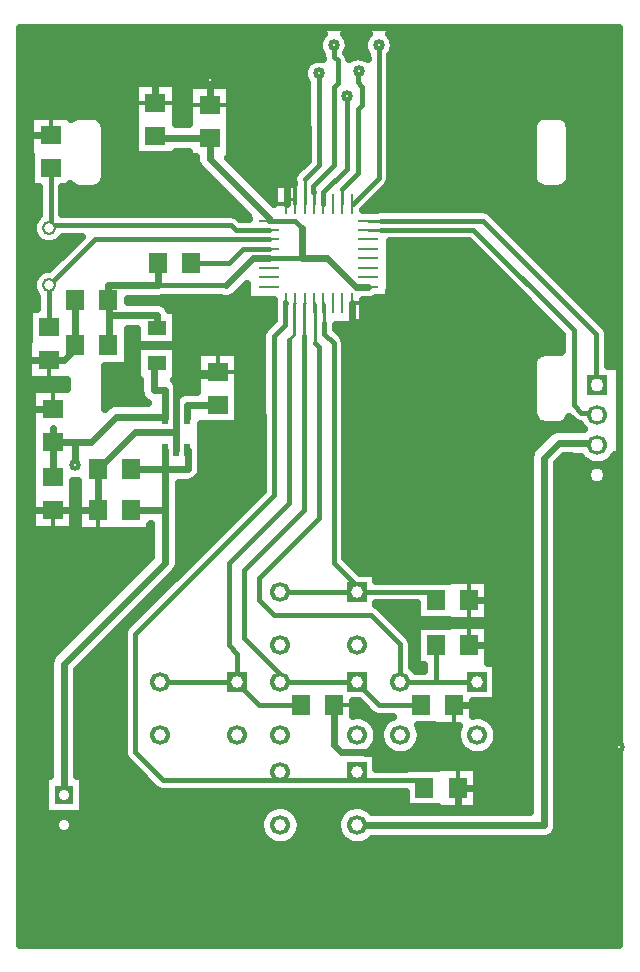
<source format=gbr>
G04 DipTrace 2.4.0.2*
%INTop.gbr*%
%MOIN*%
%ADD10C,0.0098*%
%ADD13C,0.0236*%
%ADD14C,0.0157*%
%ADD15C,0.026*%
%ADD16C,0.013*%
%ADD17R,0.063X0.0709*%
%ADD18R,0.0709X0.063*%
%ADD20R,0.0669X0.0669*%
%ADD21C,0.0669*%
%ADD22R,0.063X0.0472*%
%ADD24R,0.0669X0.0098*%
%ADD25R,0.0098X0.0669*%
%ADD27R,0.0236X0.0433*%
%ADD28C,0.048*%
%ADD29R,0.0591X0.0591*%
%ADD30C,0.0591*%
%ADD31C,0.04X0.01*%
%ADD32C,0.01*%
%ADD33C,0.0433*%
%ADD34C,0.032*%
%ADD35C,0.0394*%
%ADD36C,0.0354*%
%FSLAX44Y44*%
G04*
G70*
G90*
G75*
G01*
%LNTop*%
%LPD*%
X3125Y-15125D2*
D13*
Y-16500D1*
X500D1*
Y-13125D1*
X1625D1*
Y-16500D2*
X500D1*
X2375Y-11000D2*
Y-9500D1*
X1500Y-11500D2*
X500D1*
Y-4000D1*
X1563D1*
X5050Y-2910D2*
Y-2160D1*
X6862D1*
Y-2987D1*
X500Y-13125D2*
Y-11500D1*
Y-4000D2*
Y-2160D1*
X5050D1*
X6862D2*
X9010D1*
Y-5130D1*
X9438Y-5558D1*
Y-6289D1*
X9398D1*
X20500Y-24398D2*
Y-15330D1*
X19780D1*
X2375Y-11000D2*
Y-11125D1*
X2000Y-11500D1*
X500D1*
Y-16500D2*
Y-31000D1*
X2000D1*
X8250D1*
X20500D1*
Y-24398D1*
X9713Y-6289D2*
D10*
Y-6125D1*
X9398D1*
Y-6289D1*
X15125Y-25750D2*
D13*
X17000D1*
Y-25000D1*
Y-23000D1*
Y-21000D1*
Y-19500D1*
Y-15750D1*
X11602Y-10352D1*
Y-9596D1*
X15500Y-21000D2*
X17000D1*
X15000Y-23000D2*
X17000D1*
X15500Y-19500D2*
X17000D1*
X11000Y-23000D2*
Y-24313D1*
X11250Y-24563D1*
X12563D1*
X13000Y-25000D1*
X17000D1*
X5749Y-14500D2*
Y-13875D1*
X4375D1*
X3125Y-15125D1*
X5749Y-13875D2*
Y-12376D1*
X6125Y-12000D1*
X7000D1*
X7125Y-11875D1*
X2000Y-27000D2*
Y-31000D1*
X500Y-2160D2*
Y-375D1*
X20500D1*
Y-15330D1*
X15125Y-25750D2*
Y-26500D1*
X13000D1*
X12625Y-26125D1*
X8875D1*
X8250Y-26750D1*
Y-31000D1*
X5375Y-14500D2*
Y-15125D1*
Y-16500D1*
X4227D1*
Y-15125D2*
X5375D1*
X6125D1*
Y-14502D1*
X6123Y-14500D1*
X5375Y-16500D2*
Y-18250D1*
X2000Y-21625D1*
Y-26000D1*
X12154Y-6840D2*
D10*
X12567D1*
D14*
X15965D1*
X19750Y-10625D1*
Y-12300D1*
X19780Y-12330D1*
X6123Y-13437D2*
D13*
Y-13000D1*
X7125D1*
Y-12977D1*
X10343Y-6289D2*
D10*
Y-5875D1*
D14*
X10313D1*
Y-5687D1*
X11000Y-5000D1*
Y-2375D1*
X11125Y-2250D1*
Y-1500D1*
X11000Y-1375D1*
Y-1000D1*
X3477Y-11000D2*
D13*
X3500D1*
Y-9500D1*
X3477D1*
Y-9000D1*
X5148D1*
Y-8250D1*
X6862Y-4090D2*
X5127D1*
X5050Y-4012D1*
X5091Y-10409D2*
Y-10001D1*
X3500D1*
Y-10977D1*
X3477Y-11000D1*
X8846Y-6840D2*
D14*
X9700D1*
X9940Y-7080D1*
D13*
Y-8100D1*
D14*
X8846D1*
D13*
X8320D1*
X7420Y-9000D1*
D14*
X3477D1*
Y-9500D1*
X9940Y-8100D2*
D13*
X10787D1*
X11732Y-9045D1*
X12154D1*
X6862Y-4090D2*
Y-4782D1*
X8830Y-6750D1*
D10*
X8846D1*
Y-6840D1*
Y-7785D2*
D14*
X7975D1*
X7510Y-8250D1*
X6250D1*
X1563Y-5102D2*
Y-7037D1*
X1500Y-7100D1*
X8846Y-7155D2*
D10*
X8837D1*
D14*
X7735D1*
X7580Y-7000D1*
X1600D1*
X1500Y-7100D1*
Y-10398D2*
Y-9000D1*
X8846Y-7470D2*
X3030D1*
X1500Y-9000D1*
X11287Y-6289D2*
D10*
Y-5775D1*
D14*
X11800Y-5263D1*
Y-3137D1*
X11937Y-3000D1*
Y-2375D1*
X11800Y-2238D1*
Y-1887D1*
X11826Y-1861D1*
X10657Y-6289D2*
Y-5905D1*
X11437Y-5125D1*
Y-2688D1*
X10028Y-6289D2*
D10*
Y-5472D1*
D14*
X10500Y-5000D1*
Y-1938D1*
X11602Y-6289D2*
D10*
X11649D1*
D14*
X12500Y-5438D1*
Y-1000D1*
X9220Y-25228D2*
Y-25500D1*
X11780D1*
Y-25228D1*
X9220Y-25500D2*
X5310D1*
X4375Y-24565D1*
Y-20625D1*
X9000Y-16000D1*
Y-10688D1*
X9375Y-10313D1*
Y-9573D1*
X9398Y-9596D1*
X11780Y-25500D2*
X13773D1*
X14023Y-25750D1*
X5220Y-22228D2*
X7780D1*
Y-21280D1*
X7500Y-21000D1*
Y-18250D1*
X9500Y-16250D1*
Y-10813D1*
D10*
X9688Y-10625D1*
Y-9596D1*
X9713D1*
X9898Y-23000D2*
D14*
X8500D1*
X8000Y-22500D1*
Y-22008D1*
X7780Y-22228D1*
X9220D2*
X11780D1*
X9220D2*
Y-21970D1*
X8000Y-20750D1*
Y-18500D1*
X10000Y-16500D1*
Y-10688D1*
D10*
Y-9596D1*
X10028D1*
X13898Y-23000D2*
D14*
X12500D1*
X12000Y-22500D1*
Y-22449D1*
X11780Y-22228D1*
X13220D2*
X14398D1*
X15780D1*
X13220D2*
Y-20970D1*
X12250Y-20000D1*
X9000D1*
X8500Y-19500D1*
Y-18750D1*
X10500Y-16750D1*
Y-11063D1*
X10375Y-10938D1*
D10*
Y-9629D1*
X10343Y-9596D1*
X14398Y-21000D2*
D14*
Y-22228D1*
X9220Y-19228D2*
X11780D1*
X11978D1*
X11000Y-18250D1*
Y-10937D1*
X10688Y-10625D1*
Y-10250D1*
D10*
Y-9626D1*
X10657Y-9596D1*
X11780Y-19228D2*
D14*
X14126D1*
X14398Y-19500D1*
X12154Y-7155D2*
D10*
X12567D1*
D14*
X15655D1*
X19000Y-10500D1*
Y-13000D1*
X19250Y-13250D1*
X19700D1*
X19780Y-13330D1*
X1625Y-14227D2*
D13*
Y-15398D1*
Y-14227D2*
Y-13750D1*
Y-14227D2*
X2375D1*
X2898D1*
X3750Y-13375D1*
X5313D1*
X5375Y-13437D1*
Y-12500D1*
X5000D1*
Y-11500D1*
X5181D1*
X5091Y-11591D1*
X2375Y-15000D2*
Y-14227D1*
X11780Y-27000D2*
X18000D1*
Y-14750D1*
X18500Y-14250D1*
X19700D1*
X19780Y-14330D1*
D31*
X20500Y-24398D3*
D3*
X6862Y-2160D3*
X11000Y-1000D3*
X11826Y-1861D3*
X11437Y-2688D3*
X10500Y-1938D3*
X12500Y-1000D3*
X2375Y-15000D3*
X656Y-888D2*
D15*
X10488D1*
X11510D2*
X11990D1*
X13013D2*
X20346D1*
X656Y-1147D2*
X10500D1*
X11502D2*
X11998D1*
X13000D2*
X20346D1*
X656Y-1406D2*
X10598D1*
X11514D2*
X11598D1*
X12903D2*
X20346D1*
X656Y-1664D2*
X10058D1*
X12903D2*
X20346D1*
X656Y-1923D2*
X9977D1*
X12903D2*
X20346D1*
X656Y-2181D2*
X10041D1*
X12903D2*
X20346D1*
X656Y-2440D2*
X4333D1*
X5765D2*
X6144D1*
X7580D2*
X10098D1*
X12903D2*
X20346D1*
X656Y-2698D2*
X4333D1*
X5765D2*
X6144D1*
X7580D2*
X10098D1*
X12903D2*
X20346D1*
X656Y-2957D2*
X4333D1*
X5765D2*
X6144D1*
X7580D2*
X10098D1*
X12903D2*
X20346D1*
X656Y-3215D2*
X4333D1*
X5765D2*
X6144D1*
X7580D2*
X10098D1*
X12903D2*
X20346D1*
X656Y-3474D2*
X846D1*
X3277D2*
X4333D1*
X5765D2*
X6144D1*
X7580D2*
X10098D1*
X12903D2*
X17723D1*
X18790D2*
X20346D1*
X656Y-3732D2*
X846D1*
X3394D2*
X4333D1*
X7580D2*
X10098D1*
X12903D2*
X17605D1*
X18908D2*
X20346D1*
X656Y-3991D2*
X846D1*
X3394D2*
X4333D1*
X7580D2*
X10098D1*
X12903D2*
X17601D1*
X18908D2*
X20346D1*
X656Y-4249D2*
X846D1*
X3394D2*
X4333D1*
X7580D2*
X10098D1*
X12903D2*
X17601D1*
X18908D2*
X20346D1*
X656Y-4508D2*
X846D1*
X3394D2*
X4333D1*
X7580D2*
X10098D1*
X12903D2*
X17601D1*
X18908D2*
X20346D1*
X656Y-4766D2*
X886D1*
X3394D2*
X6379D1*
X7515D2*
X10098D1*
X12903D2*
X17601D1*
X18908D2*
X20346D1*
X656Y-5025D2*
X886D1*
X3394D2*
X6452D1*
X7775D2*
X9916D1*
X12903D2*
X17601D1*
X18908D2*
X20346D1*
X656Y-5283D2*
X886D1*
X3394D2*
X6692D1*
X8035D2*
X9676D1*
X12903D2*
X17601D1*
X18908D2*
X20346D1*
X656Y-5542D2*
X886D1*
X3350D2*
X6952D1*
X8291D2*
X9631D1*
X12887D2*
X17650D1*
X18863D2*
X20346D1*
X656Y-5801D2*
X1158D1*
X1965D2*
X7212D1*
X8551D2*
X8986D1*
X12696D2*
X20346D1*
X656Y-6059D2*
X1158D1*
X1965D2*
X7467D1*
X8810D2*
X8986D1*
X12436D2*
X20346D1*
X656Y-6318D2*
X1158D1*
X1965D2*
X7727D1*
X12176D2*
X20346D1*
X656Y-6576D2*
X1158D1*
X1965D2*
X7987D1*
X16261D2*
X20346D1*
X656Y-6835D2*
X1008D1*
X16516D2*
X20346D1*
X656Y-7093D2*
X935D1*
X16776D2*
X20346D1*
X656Y-7352D2*
X1000D1*
X17036D2*
X20346D1*
X656Y-7610D2*
X1304D1*
X1697D2*
X2331D1*
X12915D2*
X15551D1*
X17292D2*
X20346D1*
X656Y-7869D2*
X2072D1*
X12915D2*
X15811D1*
X17552D2*
X20346D1*
X656Y-8127D2*
X1816D1*
X12915D2*
X16071D1*
X17812D2*
X20346D1*
X656Y-8386D2*
X1556D1*
X12915D2*
X16326D1*
X18067D2*
X20346D1*
X656Y-8644D2*
X1069D1*
X12915D2*
X16586D1*
X18327D2*
X20346D1*
X656Y-8903D2*
X947D1*
X12915D2*
X16846D1*
X18587D2*
X20346D1*
X656Y-9161D2*
X959D1*
X7929D2*
X8085D1*
X12915D2*
X17102D1*
X18843D2*
X20346D1*
X656Y-9420D2*
X1097D1*
X5347D2*
X7220D1*
X7621D2*
X8085D1*
X12850D2*
X17362D1*
X19103D2*
X20346D1*
X656Y-9678D2*
X1097D1*
X5437D2*
X8974D1*
X12014D2*
X17622D1*
X19363D2*
X20346D1*
X656Y-9937D2*
X821D1*
X5770D2*
X8974D1*
X12014D2*
X17877D1*
X19618D2*
X20346D1*
X656Y-10196D2*
X821D1*
X5770D2*
X8933D1*
X12014D2*
X18137D1*
X19878D2*
X20346D1*
X656Y-10454D2*
X821D1*
X5770D2*
X8677D1*
X11088D2*
X18397D1*
X20110D2*
X20346D1*
X656Y-10713D2*
X821D1*
X4154D2*
X4414D1*
X5770D2*
X8596D1*
X11328D2*
X18596D1*
X20154D2*
X20340D1*
X656Y-10971D2*
X785D1*
X4154D2*
X4414D1*
X5770D2*
X8596D1*
X11401D2*
X18596D1*
X20154D2*
X20340D1*
X656Y-11230D2*
X785D1*
X4154D2*
X4414D1*
X5770D2*
X6408D1*
X7844D2*
X8596D1*
X11401D2*
X17930D1*
X20154D2*
X20340D1*
X656Y-11488D2*
X785D1*
X4154D2*
X4414D1*
X5770D2*
X6408D1*
X7844D2*
X8596D1*
X11401D2*
X17638D1*
X20154D2*
X20340D1*
X656Y-11747D2*
X785D1*
X3394D2*
X4414D1*
X5770D2*
X6408D1*
X7844D2*
X8596D1*
X11401D2*
X17605D1*
X656Y-12005D2*
X785D1*
X3394D2*
X4414D1*
X5770D2*
X6408D1*
X7844D2*
X8596D1*
X11401D2*
X17605D1*
X656Y-12264D2*
X2092D1*
X3394D2*
X4520D1*
X5790D2*
X6408D1*
X7844D2*
X8596D1*
X11401D2*
X17605D1*
X656Y-12522D2*
X906D1*
X3394D2*
X4520D1*
X5855D2*
X6408D1*
X7844D2*
X8596D1*
X11401D2*
X17605D1*
X656Y-12781D2*
X906D1*
X3394D2*
X4617D1*
X7844D2*
X8596D1*
X11401D2*
X17605D1*
X656Y-13039D2*
X906D1*
X7844D2*
X8596D1*
X11401D2*
X17605D1*
X656Y-13298D2*
X906D1*
X7844D2*
X8596D1*
X11401D2*
X17613D1*
X656Y-13556D2*
X906D1*
X7844D2*
X8596D1*
X11401D2*
X17768D1*
X18749D2*
X19006D1*
X656Y-13815D2*
X906D1*
X6606D2*
X8596D1*
X11401D2*
X18340D1*
X656Y-14073D2*
X906D1*
X6606D2*
X8596D1*
X11401D2*
X18007D1*
X656Y-14332D2*
X906D1*
X6606D2*
X8596D1*
X11401D2*
X17747D1*
X656Y-14591D2*
X906D1*
X6606D2*
X8596D1*
X11401D2*
X17549D1*
X656Y-14849D2*
X906D1*
X6606D2*
X8596D1*
X11401D2*
X17520D1*
X18571D2*
X19327D1*
X20231D2*
X20344D1*
X656Y-15108D2*
X906D1*
X6606D2*
X8596D1*
X11401D2*
X17520D1*
X18482D2*
X20346D1*
X656Y-15366D2*
X906D1*
X6537D2*
X8596D1*
X11401D2*
X17520D1*
X18482D2*
X20346D1*
X656Y-15625D2*
X906D1*
X2343D2*
X2445D1*
X5855D2*
X8596D1*
X11401D2*
X17520D1*
X18482D2*
X20346D1*
X656Y-15883D2*
X906D1*
X2343D2*
X2445D1*
X5855D2*
X8560D1*
X11401D2*
X17520D1*
X18482D2*
X20346D1*
X656Y-16142D2*
X906D1*
X2343D2*
X2445D1*
X5855D2*
X8300D1*
X11401D2*
X17520D1*
X18482D2*
X20346D1*
X656Y-16400D2*
X906D1*
X2343D2*
X2445D1*
X5855D2*
X8040D1*
X11401D2*
X17520D1*
X18482D2*
X20346D1*
X656Y-16659D2*
X906D1*
X2343D2*
X2445D1*
X5855D2*
X7784D1*
X11401D2*
X17520D1*
X18482D2*
X20346D1*
X656Y-16917D2*
X906D1*
X2343D2*
X2445D1*
X5855D2*
X7524D1*
X11401D2*
X17520D1*
X18482D2*
X20346D1*
X656Y-17176D2*
X2445D1*
X5855D2*
X7264D1*
X11401D2*
X17520D1*
X18482D2*
X20346D1*
X656Y-17434D2*
X4893D1*
X5855D2*
X7009D1*
X11401D2*
X17520D1*
X18482D2*
X20346D1*
X656Y-17693D2*
X4893D1*
X5855D2*
X6749D1*
X11401D2*
X17520D1*
X18482D2*
X20346D1*
X656Y-17951D2*
X4893D1*
X5855D2*
X6489D1*
X11401D2*
X17520D1*
X18482D2*
X20346D1*
X656Y-18210D2*
X4747D1*
X5855D2*
X6233D1*
X11519D2*
X17520D1*
X18482D2*
X20346D1*
X656Y-18469D2*
X4487D1*
X5802D2*
X5973D1*
X11778D2*
X17520D1*
X18482D2*
X20346D1*
X656Y-18727D2*
X4228D1*
X5567D2*
X5713D1*
X12436D2*
X17520D1*
X18482D2*
X20346D1*
X656Y-18986D2*
X3972D1*
X5311D2*
X5458D1*
X16179D2*
X17520D1*
X18482D2*
X20346D1*
X656Y-19244D2*
X3712D1*
X5051D2*
X5198D1*
X16179D2*
X17520D1*
X18482D2*
X20346D1*
X656Y-19503D2*
X3452D1*
X4791D2*
X4938D1*
X16179D2*
X17520D1*
X18482D2*
X20346D1*
X656Y-19761D2*
X3192D1*
X4535D2*
X4682D1*
X12570D2*
X13760D1*
X16179D2*
X17520D1*
X18482D2*
X20346D1*
X656Y-20020D2*
X2936D1*
X4275D2*
X4422D1*
X12830D2*
X13760D1*
X16179D2*
X17520D1*
X18482D2*
X20346D1*
X656Y-20278D2*
X2677D1*
X4016D2*
X4163D1*
X13086D2*
X17520D1*
X18482D2*
X20346D1*
X656Y-20537D2*
X2417D1*
X3760D2*
X3984D1*
X13346D2*
X13760D1*
X16179D2*
X17520D1*
X18482D2*
X20346D1*
X656Y-20795D2*
X2161D1*
X3500D2*
X3972D1*
X13581D2*
X13760D1*
X16179D2*
X17520D1*
X18482D2*
X20346D1*
X656Y-21054D2*
X1901D1*
X3240D2*
X3972D1*
X13622D2*
X13760D1*
X16179D2*
X17520D1*
X18482D2*
X20346D1*
X656Y-21312D2*
X1641D1*
X2984D2*
X3972D1*
X13622D2*
X13760D1*
X16179D2*
X17520D1*
X18482D2*
X20346D1*
X656Y-21571D2*
X1524D1*
X2725D2*
X3972D1*
X13622D2*
X13760D1*
X16179D2*
X17520D1*
X18482D2*
X20346D1*
X656Y-21829D2*
X1519D1*
X2481D2*
X3972D1*
X13735D2*
X13996D1*
X16439D2*
X17520D1*
X18482D2*
X20346D1*
X656Y-22088D2*
X1519D1*
X2481D2*
X3972D1*
X16439D2*
X17520D1*
X18482D2*
X20346D1*
X656Y-22346D2*
X1519D1*
X2481D2*
X3972D1*
X16439D2*
X17520D1*
X18482D2*
X20346D1*
X656Y-22605D2*
X1519D1*
X2481D2*
X3972D1*
X16439D2*
X17520D1*
X18482D2*
X20346D1*
X656Y-22864D2*
X1519D1*
X2481D2*
X3972D1*
X11677D2*
X11804D1*
X15676D2*
X17520D1*
X18482D2*
X20346D1*
X656Y-23122D2*
X1519D1*
X2481D2*
X3972D1*
X11677D2*
X12063D1*
X15676D2*
X17520D1*
X18482D2*
X20346D1*
X656Y-23381D2*
X1519D1*
X2481D2*
X3972D1*
X12067D2*
X12936D1*
X16066D2*
X17520D1*
X18482D2*
X20346D1*
X656Y-23639D2*
X1519D1*
X2481D2*
X3972D1*
X12371D2*
X12628D1*
X16370D2*
X17520D1*
X18482D2*
X20346D1*
X656Y-23898D2*
X1519D1*
X2481D2*
X3972D1*
X13910D2*
X15088D1*
X16468D2*
X17520D1*
X18482D2*
X20346D1*
X656Y-24156D2*
X1519D1*
X2481D2*
X3972D1*
X12460D2*
X12540D1*
X13898D2*
X15100D1*
X16460D2*
X17520D1*
X18482D2*
X20346D1*
X656Y-24415D2*
X1519D1*
X2481D2*
X3972D1*
X12335D2*
X12664D1*
X13776D2*
X15226D1*
X16334D2*
X17520D1*
X18482D2*
X20346D1*
X656Y-24673D2*
X1519D1*
X2481D2*
X3988D1*
X12436D2*
X17520D1*
X18482D2*
X20346D1*
X656Y-24932D2*
X1519D1*
X2481D2*
X4183D1*
X12436D2*
X17520D1*
X18482D2*
X20346D1*
X656Y-25190D2*
X1519D1*
X2481D2*
X4443D1*
X15802D2*
X17520D1*
X18482D2*
X20346D1*
X656Y-25449D2*
X1341D1*
X2660D2*
X4703D1*
X15802D2*
X17520D1*
X18482D2*
X20346D1*
X656Y-25707D2*
X1341D1*
X2660D2*
X4958D1*
X15802D2*
X17520D1*
X18482D2*
X20346D1*
X656Y-25966D2*
X1341D1*
X2660D2*
X13383D1*
X15802D2*
X17520D1*
X18482D2*
X20346D1*
X656Y-26224D2*
X1341D1*
X2660D2*
X13383D1*
X15802D2*
X17520D1*
X18482D2*
X20346D1*
X656Y-26483D2*
X1341D1*
X2660D2*
X8767D1*
X9675D2*
X11324D1*
X12233D2*
X17520D1*
X18482D2*
X20346D1*
X656Y-26741D2*
X8576D1*
X9866D2*
X11134D1*
X18482D2*
X20346D1*
X656Y-27000D2*
X8523D1*
X9919D2*
X11081D1*
X18482D2*
X20346D1*
X656Y-27259D2*
X8576D1*
X9866D2*
X11134D1*
X18400D2*
X20346D1*
X656Y-27517D2*
X8767D1*
X9675D2*
X11324D1*
X12233D2*
X20346D1*
X656Y-27776D2*
X20346D1*
X656Y-28034D2*
X20346D1*
X656Y-28293D2*
X20346D1*
X656Y-28551D2*
X20346D1*
X656Y-28810D2*
X20346D1*
X656Y-29068D2*
X20346D1*
X656Y-29327D2*
X20346D1*
X656Y-29585D2*
X20346D1*
X656Y-29844D2*
X20346D1*
X656Y-30102D2*
X20346D1*
X656Y-30361D2*
X20346D1*
X656Y-30619D2*
X20346D1*
X3777Y-17191D2*
X2473D1*
Y-15528D1*
X2314Y-15533D1*
X2316Y-16050D1*
Y-17152D1*
X934D1*
X938Y-14746D1*
X934Y-14490D1*
X938Y-13575D1*
X934Y-13491D1*
Y-12473D1*
X2118D1*
X2114Y-12152D1*
X809D1*
Y-10848D1*
X848D1*
Y-9785D1*
X1120D1*
X1123Y-9387D1*
X1024Y-9250D1*
X978Y-9129D1*
X962Y-9001D1*
X978Y-8872D1*
X1024Y-8751D1*
X1097Y-8644D1*
X1194Y-8558D1*
X1309Y-8497D1*
X1434Y-8466D1*
X1503D1*
X2592Y-7376D1*
X1965Y-7377D1*
X1903Y-7457D1*
X1806Y-7542D1*
X1691Y-7603D1*
X1565Y-7634D1*
X1435D1*
X1310Y-7603D1*
X1195Y-7543D1*
X1098Y-7457D1*
X1024Y-7350D1*
X978Y-7229D1*
X962Y-7101D1*
X978Y-6972D1*
X1024Y-6851D1*
X1097Y-6744D1*
X1185Y-6666D1*
X1186Y-5718D1*
X910Y-5715D1*
Y-4655D1*
X871Y-4652D1*
Y-3348D1*
X2254D1*
Y-3459D1*
X2371Y-3381D1*
X2496Y-3346D1*
X2940Y-3343D1*
X3068Y-3362D1*
X3184Y-3419D1*
X3279Y-3508D1*
X3342Y-3621D1*
X3370Y-3773D1*
Y-5348D1*
X3351Y-5476D1*
X3294Y-5592D1*
X3205Y-5686D1*
X3092Y-5750D1*
X2940Y-5777D1*
X2547D1*
X2419Y-5758D1*
X2325Y-5715D1*
X2223Y-5629D1*
X2215Y-5715D1*
X1943D1*
X1939Y-6272D1*
Y-6625D1*
X7580Y-6623D1*
X7707Y-6646D1*
X7836Y-6724D1*
X7889Y-6777D1*
X8178Y-6779D1*
X8141Y-6704D1*
X6541Y-5104D1*
X6463Y-5001D1*
X6417Y-4875D1*
X6407Y-4782D1*
Y-4738D1*
X6171Y-4742D1*
Y-4543D1*
X5738Y-4545D1*
X5741Y-4664D1*
X4359D1*
X4363Y-3360D1*
X4359Y-3276D1*
Y-2258D1*
X5741D1*
Y-3632D1*
X6171Y-3635D1*
Y-2335D1*
X7554D1*
Y-4742D1*
X7469D1*
X9013Y-6289D1*
X9011Y-5766D1*
Y-5617D1*
X9679D1*
X9666Y-5579D1*
X9652Y-5450D1*
X9681Y-5324D1*
X9761Y-5206D1*
X10126Y-4842D1*
X10123Y-2531D1*
Y-2259D1*
X10071Y-2190D1*
X10020Y-2071D1*
X10002Y-1942D1*
X10018Y-1814D1*
X10066Y-1693D1*
X10144Y-1590D1*
X10246Y-1510D1*
X10365Y-1458D1*
X10493Y-1440D1*
X10633Y-1459D1*
X10623Y-1322D1*
X10571Y-1252D1*
X10520Y-1133D1*
X10502Y-1005D1*
X10518Y-876D1*
X10566Y-756D1*
X10644Y-652D1*
X10672Y-630D1*
X630D1*
Y-30866D1*
X20370D1*
Y-14654D1*
X20261Y-14799D1*
X20161Y-14883D1*
X20048Y-14946D1*
X19925Y-14986D1*
X19796Y-15002D1*
X19667Y-14992D1*
X19541Y-14958D1*
X19425Y-14900D1*
X19322Y-14822D1*
X19226Y-14707D1*
X18689Y-14705D1*
X18457Y-14937D1*
X18455Y-18258D1*
Y-27000D1*
X18437Y-27128D1*
X18383Y-27246D1*
X18298Y-27344D1*
X18190Y-27414D1*
X18061Y-27451D1*
X17740Y-27455D1*
X12271D1*
X12161Y-27553D1*
X12048Y-27616D1*
X11924Y-27656D1*
X11795Y-27672D1*
X11666Y-27662D1*
X11541Y-27628D1*
X11425Y-27570D1*
X11322Y-27492D1*
X11236Y-27394D1*
X11170Y-27283D1*
X11127Y-27160D1*
X11108Y-27032D1*
X11115Y-26902D1*
X11146Y-26776D1*
X11201Y-26659D1*
X11277Y-26554D1*
X11372Y-26466D1*
X11483Y-26397D1*
X11604Y-26352D1*
X11732Y-26330D1*
X11862Y-26333D1*
X11988Y-26361D1*
X12107Y-26413D1*
X12214Y-26487D1*
X12267Y-26542D1*
X13988Y-26545D1*
X17549D1*
X17545Y-26091D1*
Y-14750D1*
X17563Y-14622D1*
X17620Y-14501D1*
X17678Y-14428D1*
X18178Y-13928D1*
X18282Y-13850D1*
X18407Y-13805D1*
X18500Y-13795D1*
X19349D1*
X19287Y-13726D1*
X19223Y-13627D1*
X19123Y-13604D1*
X18994Y-13526D1*
X18855Y-13387D1*
X18823Y-13444D1*
X18740Y-13543D1*
X18631Y-13613D1*
X18506Y-13648D1*
X18062Y-13651D1*
X17934Y-13631D1*
X17818Y-13575D1*
X17724Y-13486D1*
X17660Y-13373D1*
X17632Y-13221D1*
Y-11646D1*
X17652Y-11518D1*
X17708Y-11402D1*
X17797Y-11308D1*
X17910Y-11244D1*
X18062Y-11216D1*
X18455D1*
X18558Y-11229D1*
X18623Y-11181D1*
Y-10657D1*
X15498Y-7531D1*
X12890Y-7532D1*
X12888Y-7919D1*
Y-8549D1*
Y-9179D1*
X12827D1*
X12825Y-9431D1*
X12391D1*
X12283Y-9481D1*
X12154Y-9500D1*
X11987D1*
X11989Y-10268D1*
X11736D1*
X11737Y-10331D1*
X11067D1*
X11064Y-10465D1*
X11266Y-10671D1*
X11341Y-10777D1*
X11376Y-10924D1*
X11377Y-18095D1*
X11878Y-18595D1*
X12412Y-18596D1*
Y-18852D1*
X14845Y-18848D1*
X14848Y-18809D1*
X16152D1*
Y-20191D1*
X14848D1*
Y-20152D1*
X13785D1*
Y-19604D1*
X12409Y-19605D1*
X12412Y-19664D1*
X12516Y-19734D1*
X13487Y-20704D1*
X13561Y-20810D1*
X13597Y-20957D1*
Y-21722D1*
X13689Y-21803D1*
X13725Y-21852D1*
X14020D1*
X14021Y-21656D1*
X13785Y-21652D1*
Y-20348D1*
X14845D1*
X14848Y-20309D1*
X16152D1*
Y-21596D1*
X16412D1*
Y-22861D1*
X15653D1*
X15652Y-23341D1*
X15732Y-23330D1*
X15862Y-23333D1*
X15988Y-23361D1*
X16107Y-23413D1*
X16214Y-23487D1*
X16304Y-23580D1*
X16375Y-23689D1*
X16424Y-23809D1*
X16451Y-24000D1*
X16439Y-24129D1*
X16402Y-24253D1*
X16341Y-24368D1*
X16260Y-24469D1*
X16161Y-24553D1*
X16048Y-24616D1*
X15924Y-24656D1*
X15795Y-24672D1*
X15666Y-24662D1*
X15541Y-24628D1*
X15425Y-24570D1*
X15322Y-24492D1*
X15236Y-24394D1*
X15170Y-24283D1*
X15127Y-24160D1*
X15108Y-24032D1*
X15115Y-23902D1*
X15146Y-23776D1*
X15185Y-23692D1*
X14348Y-23691D1*
Y-23652D1*
X13792D1*
X13865Y-23809D1*
X13892Y-24000D1*
X13880Y-24129D1*
X13843Y-24253D1*
X13782Y-24368D1*
X13701Y-24469D1*
X13602Y-24553D1*
X13489Y-24616D1*
X13365Y-24656D1*
X13236Y-24672D1*
X13107Y-24662D1*
X12982Y-24628D1*
X12866Y-24570D1*
X12763Y-24492D1*
X12677Y-24394D1*
X12611Y-24283D1*
X12568Y-24160D1*
X12549Y-24032D1*
X12556Y-23902D1*
X12587Y-23776D1*
X12642Y-23659D1*
X12718Y-23554D1*
X12813Y-23466D1*
X12924Y-23397D1*
X12980Y-23376D1*
X12500Y-23377D1*
X12373Y-23354D1*
X12244Y-23276D1*
X11829Y-22861D1*
X11653D1*
X11652Y-23341D1*
X11732Y-23330D1*
X11862Y-23333D1*
X11988Y-23361D1*
X12107Y-23413D1*
X12214Y-23487D1*
X12304Y-23580D1*
X12375Y-23689D1*
X12424Y-23809D1*
X12451Y-24000D1*
X12439Y-24129D1*
X12402Y-24253D1*
X12341Y-24368D1*
X12260Y-24469D1*
X12161Y-24553D1*
X12087Y-24594D1*
X12412Y-24596D1*
Y-25120D1*
X12819Y-25123D1*
X13408D1*
X13410Y-25098D1*
X14470D1*
X14473Y-25059D1*
X15777D1*
Y-26441D1*
X14473D1*
Y-26402D1*
X13410D1*
Y-25878D1*
X11776Y-25876D1*
X5310Y-25877D1*
X5183Y-25854D1*
X5054Y-25776D1*
X4109Y-24831D1*
X4035Y-24726D1*
X3999Y-24579D1*
Y-20625D1*
X4021Y-20497D1*
X4100Y-20368D1*
X8625Y-15842D1*
X8623Y-10688D1*
X8646Y-10560D1*
X8724Y-10431D1*
X9001Y-10154D1*
X8999Y-9549D1*
X9006Y-9500D1*
X8672Y-9494D1*
X8112D1*
Y-8954D1*
X7742Y-9322D1*
X7638Y-9400D1*
X7517Y-9445D1*
X7388Y-9454D1*
X7244Y-9417D1*
X5329Y-9416D1*
X5277Y-9437D1*
X5148Y-9455D1*
X4129Y-9458D1*
Y-9543D1*
X5091Y-9546D1*
X5219Y-9564D1*
X5337Y-9618D1*
X5434Y-9703D1*
X5506Y-9815D1*
X5475Y-9758D1*
X5608Y-9836D1*
X5743D1*
Y-10983D1*
X4438D1*
Y-10459D1*
X4128Y-10456D1*
X4129Y-11691D1*
X3370D1*
Y-13112D1*
X3428Y-13053D1*
X3532Y-12975D1*
X3657Y-12930D1*
X3750Y-12920D1*
X4812Y-12914D1*
X4702Y-12845D1*
X4618Y-12747D1*
X4563Y-12629D1*
X4545Y-12500D1*
Y-12163D1*
X4438Y-12164D1*
Y-11017D1*
X5743D1*
Y-12164D1*
X5682D1*
X5719Y-12202D1*
X5789Y-12310D1*
X5826Y-12439D1*
X5830Y-12650D1*
X5876Y-12618D1*
X5994Y-12563D1*
X6123Y-12545D1*
X6436D1*
X6434Y-11929D1*
Y-11223D1*
X7816D1*
Y-13629D1*
X6578D1*
X6574Y-13991D1*
X6578Y-14076D1*
X6580Y-15125D1*
X6562Y-15253D1*
X6508Y-15371D1*
X6423Y-15469D1*
X6315Y-15539D1*
X6186Y-15576D1*
X5829Y-15580D1*
X5830Y-18250D1*
X5812Y-18378D1*
X5755Y-18499D1*
X5697Y-18572D1*
X2456Y-21813D1*
X2455Y-25364D1*
X2632Y-25368D1*
Y-26632D1*
X1368D1*
Y-25368D1*
X1542D1*
X1545Y-24441D1*
Y-21625D1*
X1563Y-21497D1*
X1620Y-21376D1*
X1678Y-21303D1*
X4919Y-18062D1*
X4920Y-16955D1*
X4879Y-16978D1*
Y-17191D1*
X3575Y-17187D1*
X20126Y-11698D2*
X20368D1*
X20370Y-9949D1*
Y-630D1*
X12831D1*
X12927Y-743D1*
X12978Y-862D1*
X12998Y-1000D1*
X12981Y-1128D1*
X12932Y-1248D1*
X12875Y-1322D1*
X12877Y-5438D1*
X12854Y-5565D1*
X12776Y-5694D1*
X11977Y-6493D1*
X12427Y-6491D1*
X12567Y-6464D1*
X15965D1*
X16093Y-6486D1*
X16222Y-6564D1*
X20016Y-10359D1*
X20091Y-10465D1*
X20126Y-10611D1*
X20127Y-11701D1*
X9880Y-27129D2*
X9843Y-27253D1*
X9782Y-27368D1*
X9701Y-27469D1*
X9602Y-27553D1*
X9489Y-27616D1*
X9365Y-27656D1*
X9236Y-27672D1*
X9107Y-27662D1*
X8982Y-27628D1*
X8866Y-27570D1*
X8763Y-27492D1*
X8677Y-27394D1*
X8611Y-27283D1*
X8568Y-27160D1*
X8549Y-27032D1*
X8556Y-26902D1*
X8587Y-26776D1*
X8642Y-26659D1*
X8718Y-26554D1*
X8813Y-26466D1*
X8924Y-26397D1*
X9045Y-26352D1*
X9173Y-26330D1*
X9302Y-26333D1*
X9429Y-26361D1*
X9548Y-26413D1*
X9655Y-26487D1*
X9745Y-26580D1*
X9816Y-26689D1*
X9865Y-26809D1*
X9892Y-27000D1*
X9880Y-27129D1*
X18189Y-3343D2*
X18454D1*
X18581Y-3362D1*
X18698Y-3419D1*
X18792Y-3508D1*
X18856Y-3621D1*
X18883Y-3773D1*
Y-5348D1*
X18864Y-5476D1*
X18807Y-5592D1*
X18719Y-5686D1*
X18606Y-5750D1*
X18454Y-5777D1*
X18059D1*
X17931Y-5758D1*
X17815Y-5701D1*
X17720Y-5613D1*
X17657Y-5500D1*
X17629Y-5348D1*
Y-3773D1*
X17649Y-3645D1*
X17705Y-3529D1*
X17794Y-3434D1*
X17907Y-3371D1*
X18059Y-3343D1*
X18189D1*
X11481Y-1128D2*
X11419Y-1264D1*
X11460Y-1329D1*
X11497Y-1444D1*
X11572Y-1433D1*
X11691Y-1382D1*
X11819Y-1363D1*
X11948Y-1378D1*
X12068Y-1426D1*
X12124Y-1467D1*
X12123Y-1325D1*
X12071Y-1252D1*
X12020Y-1133D1*
X12002Y-1005D1*
X12018Y-876D1*
X12066Y-756D1*
X12144Y-652D1*
X12172Y-630D1*
X11336D1*
X11427Y-743D1*
X11478Y-862D1*
X11498Y-1000D1*
X11481Y-1128D1*
X3125Y-16500D2*
D16*
Y-17191D1*
X2473Y-16500D2*
X3125D1*
X7125Y-11223D2*
Y-11875D1*
X6434D2*
X7816D1*
X1625Y-16500D2*
Y-17152D1*
X934Y-16500D2*
X2316D1*
X1625Y-12473D2*
Y-13125D1*
X934D2*
X1625D1*
X1500Y-11500D2*
Y-12152D1*
X809Y-11500D2*
X1500D1*
X1563Y-3348D2*
Y-4000D1*
X872D2*
X1563D1*
X5050Y-2258D2*
Y-2910D1*
X4359D2*
X5741D1*
X6862Y-2336D2*
Y-2987D1*
X6172D2*
X7553D1*
X11602Y-9596D2*
X11988D1*
X9713Y-5618D2*
Y-6289D1*
X9398Y-5618D2*
Y-6289D1*
X9012D2*
X9398D1*
X15500Y-18809D2*
Y-20191D1*
Y-19500D2*
X16152D1*
X15000Y-23000D2*
Y-23691D1*
Y-23000D2*
X15652D1*
X15125Y-25059D2*
Y-26441D1*
Y-25750D2*
X15777D1*
X11000Y-23000D2*
X11652D1*
X15500Y-20309D2*
Y-21000D1*
X16152D1*
D17*
X3125Y-16500D3*
X4227D3*
X3125Y-15125D3*
X4227D3*
D18*
X7125Y-11875D3*
Y-12977D3*
X1625Y-16500D3*
Y-15398D3*
Y-13125D3*
Y-14227D3*
X1500Y-11500D3*
Y-10398D3*
X1563Y-4000D3*
Y-5102D3*
X5050Y-2910D3*
Y-4012D3*
X6862Y-2987D3*
Y-4090D3*
D17*
X2375Y-9500D3*
X3477D3*
X2375Y-11000D3*
X3477D3*
D20*
X19780Y-12330D3*
D21*
Y-13330D3*
Y-14330D3*
Y-15330D3*
D22*
X5091Y-10409D3*
Y-11591D3*
D17*
X6250Y-8250D3*
X5148D3*
D24*
X8846Y-6840D3*
Y-7155D3*
Y-7470D3*
Y-7785D3*
Y-8100D3*
Y-8415D3*
Y-8730D3*
Y-9045D3*
D25*
X9398Y-9596D3*
X9713D3*
X10028D3*
X10343D3*
X10657D3*
X10972D3*
X11287D3*
X11602D3*
D24*
X12154Y-9045D3*
Y-8730D3*
Y-8415D3*
Y-8100D3*
Y-7785D3*
Y-7470D3*
Y-7155D3*
Y-6840D3*
D25*
X11602Y-6289D3*
X11287D3*
X10972D3*
X10657D3*
X10343D3*
X10028D3*
X9713D3*
X9398D3*
D27*
X5375Y-14500D3*
X5749D3*
X6123D3*
Y-13437D3*
X5375D3*
D28*
X1500Y-9000D3*
Y-7100D3*
D20*
X11780Y-19228D3*
D21*
Y-21000D3*
X9220D3*
Y-19228D3*
D20*
X11780Y-22228D3*
D21*
Y-24000D3*
X9220D3*
Y-22228D3*
D20*
X11780Y-25228D3*
D21*
Y-27000D3*
X9220D3*
Y-25228D3*
D20*
X7780Y-22228D3*
D21*
Y-24000D3*
X5220D3*
Y-22228D3*
D20*
X15780D3*
D21*
Y-24000D3*
X13220D3*
Y-22228D3*
D17*
X15500Y-19500D3*
X14398D3*
X15000Y-23000D3*
X13898D3*
X15125Y-25750D3*
X14023D3*
X11000Y-23000D3*
X9898D3*
X15500Y-21000D3*
X14398D3*
D29*
X2000Y-26000D3*
D30*
Y-27000D3*
%LNTopC*%
%LPC*%
D32*
X20500Y-24398D3*
D3*
X6862Y-2160D3*
X11000Y-1000D3*
X11826Y-1861D3*
X11437Y-2688D3*
X10500Y-1938D3*
X12500Y-1000D3*
X2375Y-15000D3*
D33*
X19780Y-12330D3*
Y-13330D3*
Y-14330D3*
Y-15330D3*
D34*
X1500Y-9000D3*
Y-7100D3*
D35*
X11780Y-19228D3*
Y-21000D3*
X9220D3*
Y-19228D3*
X11780Y-22228D3*
Y-24000D3*
X9220D3*
Y-22228D3*
X11780Y-25228D3*
Y-27000D3*
X9220D3*
Y-25228D3*
X7780Y-22228D3*
Y-24000D3*
X5220D3*
Y-22228D3*
X15780D3*
Y-24000D3*
X13220D3*
Y-22228D3*
D36*
X2000Y-26000D3*
Y-27000D3*
M02*

</source>
